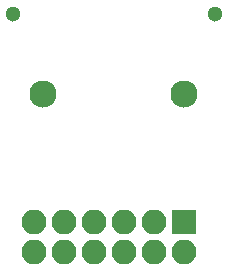
<source format=gbs>
G04 #@! TF.FileFunction,Soldermask,Bot*
%FSLAX46Y46*%
G04 Gerber Fmt 4.6, Leading zero omitted, Abs format (unit mm)*
G04 Created by KiCad (PCBNEW 4.0.4-stable) date 05/23/17 22:39:59*
%MOMM*%
%LPD*%
G01*
G04 APERTURE LIST*
%ADD10C,0.100000*%
%ADD11C,1.300000*%
%ADD12C,2.300000*%
%ADD13R,2.100000X2.100000*%
%ADD14O,2.100000X2.100000*%
G04 APERTURE END LIST*
D10*
D11*
X18349500Y21660500D03*
D12*
X15749500Y14920500D03*
X3759500Y14920500D03*
D11*
X1249500Y21660500D03*
D13*
X15684500Y4064500D03*
D14*
X15684500Y1524500D03*
X13144500Y4064500D03*
X13144500Y1524500D03*
X10604500Y4064500D03*
X10604500Y1524500D03*
X8064500Y4064500D03*
X8064500Y1524500D03*
X5524500Y4064500D03*
X5524500Y1524500D03*
X2984500Y4064500D03*
X2984500Y1524500D03*
M02*

</source>
